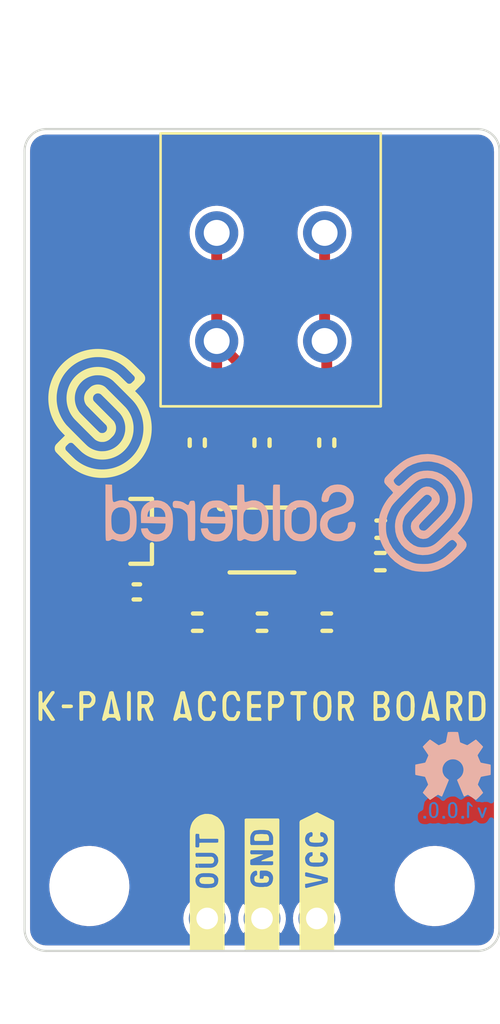
<source format=kicad_pcb>
(kicad_pcb (version 20210623) (generator pcbnew)
  (layers (0 "F.Cu" signal) (31 "B.Cu" signal) (34 "B.Paste" user) (35 "F.Paste" user) (36 "B.SilkS" user "B.Silkscreen") (37 "F.SilkS" user "F.Silkscreen") (38 "B.Mask" user) (39 "F.Mask" user) (44 "Edge.Cuts" user))
  (net 0 "")
  (net 1 "Net-(C1-Pad1)")
  (net 2 "GND")
  (net 3 "Net-(C2-Pad1)")
  (net 4 "VCC")
  (net 5 "Net-(K1-Pad1)")
  (net 6 "Net-(K1-Pad2)")
  (net 7 "Net-(Q1-Pad1)")
  (net 8 "Net-(R2-Pad2)")
  (net 9 "Net-(R3-Pad2)")
  (net 11 "Net-(K2-Pad1)")
  (net 12 "Net-(K2-Pad3)")
  (footprint "e-radionica.com footprinti:HEADER_MALE_3X1" (layer "F.Cu") (at 99 130.5)
    (fp_text reference "K2")
    (fp_text value "HEADER_MALE_3X1")
    (pad "1" thru_hole circle locked (at -2.54 0) (size 1.7 1.7) (drill 1) (layers *.Cu *.Mask) (net 11 "Net-(K2-Pad1)"))
    (pad "2" thru_hole circle locked (at 0 0) (size 1.7 1.7) (drill 1) (layers *.Cu *.Mask) (net 2 "GND"))
    (pad "3" thru_hole circle locked (at 2.54 0) (size 1.7 1.7) (drill 1) (layers *.Cu *.Mask) (net 12 "Net-(K2-Pad3)"))
  )
  (footprint "e-radionica.com footprinti:0603C" (layer "F.Cu") (at 96 116.8)
    (fp_text reference "C3")
    (fp_text value "0.01uF")
    (pad "1" smd rect locked (at -0.73 0) (size 0.66 1) (layers "F.Cu" "F.Paste" "F.Mask") (net 2 "GND"))
    (pad "2" smd rect locked (at 0.73 0) (size 0.66 1) (layers "F.Cu" "F.Paste" "F.Mask") (net 3 "Net-(C2-Pad1)"))
  )
  (footprint "e-radionica.com footprinti:0603R" (layer "F.Cu") (at 93.2 115.4)
    (fp_text reference "R4")
    (fp_text value "1K")
    (pad "1" smd rect locked (at -0.775 0 90) (size 1 0.64) (layers "F.Cu" "F.Paste" "F.Mask") (net 7 "Net-(Q1-Pad1)"))
    (pad "2" smd rect locked (at 0.775 0 90) (size 1 0.64) (layers "F.Cu" "F.Paste" "F.Mask") (net 4 "VCC"))
  )
  (footprint "e-radionica.com footprinti:0603L" (layer "F.Cu") (at 104.5 114 180)
    (fp_text reference "L1")
    (fp_text value "Ferrite bead")
    (pad "1" smd rect locked (at -0.71 0 180) (size 0.66 1) (layers "F.Cu" "F.Paste" "F.Mask") (net 12 "Net-(K2-Pad3)"))
    (pad "2" smd rect locked (at 0.75 0 180) (size 0.66 1) (layers "F.Cu" "F.Paste" "F.Mask") (net 4 "VCC"))
  )
  (footprint "e-radionica.com footprinti:0603R" (layer "F.Cu") (at 99 108.5 -90)
    (fp_text reference "R3")
    (fp_text value "100R")
    (pad "1" smd rect locked (at -0.775 0) (size 1 0.64) (layers "F.Cu" "F.Paste" "F.Mask") (net 5 "Net-(K1-Pad1)"))
    (pad "2" smd rect locked (at 0.775 0) (size 1 0.64) (layers "F.Cu" "F.Paste" "F.Mask") (net 9 "Net-(R3-Pad2)"))
  )
  (footprint "e-radionica.com footprinti:0603C" (layer "F.Cu") (at 104.5 112.5)
    (fp_text reference "C4")
    (fp_text value "0.1uF")
    (pad "1" smd rect locked (at -0.73 0) (size 0.66 1) (layers "F.Cu" "F.Paste" "F.Mask") (net 4 "VCC"))
    (pad "2" smd rect locked (at 0.73 0) (size 0.66 1) (layers "F.Cu" "F.Paste" "F.Mask") (net 2 "GND"))
  )
  (footprint "Soldered Graphics:Logo-Back-OSH-3.5mm" (layer "F.Cu") (at 107.85 123.45)
    (fp_text reference "G***" hide)
    (fp_text value "LOGO" hide)
  )
  (footprint "Soldered Graphics:Logo-Back-SolderedFULL-17mm" (layer "F.Cu") (at 100.25 111.75)
    (fp_text reference "REF**" hide)
    (fp_text value "Logo-Front-SolderedFULL-17mm" hide)
  )
  (footprint "e-radionica.com footprinti:0603R" (layer "F.Cu") (at 102 108.5 -90)
    (fp_text reference "R2")
    (fp_text value "100R")
    (pad "1" smd rect locked (at -0.775 0) (size 1 0.64) (layers "F.Cu" "F.Paste" "F.Mask") (net 6 "Net-(K1-Pad2)"))
    (pad "2" smd rect locked (at 0.775 0) (size 1 0.64) (layers "F.Cu" "F.Paste" "F.Mask") (net 8 "Net-(R2-Pad2)"))
  )
  (footprint "buzzardLabel" (layer "F.Cu") (at 96.46 132.4 90)
    (fp_text reference "" (at 0 0 90) (layer "F.SilkS") (effects (font (size 1.27 1.27))))
    (fp_text value "" (at 0 0 90) (layer "F.SilkS") (effects (font (size 1.27 1.27))))
  )
  (footprint "e-radionica.com footprinti:0603C" (layer "F.Cu") (at 99 116.8)
    (fp_text reference "C2")
    (fp_text value "0.1uF")
    (pad "1" smd rect locked (at -0.73 0) (size 0.66 1) (layers "F.Cu" "F.Paste" "F.Mask") (net 3 "Net-(C2-Pad1)"))
    (pad "2" smd rect locked (at 0.73 0) (size 0.66 1) (layers "F.Cu" "F.Paste" "F.Mask") (net 1 "Net-(C1-Pad1)"))
  )
  (footprint "e-radionica.com footprinti:TERMINAL_KF235-5.0-2P" (layer "F.Cu") (at 99.4 101.3 180)
    (fp_text reference "K1")
    (fp_text value "TERMINAL_KF235-5.0-2P")
    (pad "1" thru_hole circle (at 2.5 2.5 180) (size 2 2) (drill 1.2) (layers *.Cu *.Mask) (net 5 "Net-(K1-Pad1)"))
    (pad "1" thru_hole circle (at 2.5 -2.5 180) (size 2 2) (drill 1.2) (layers *.Cu *.Mask) (net 5 "Net-(K1-Pad1)"))
    (pad "2" thru_hole circle (at -2.5 -2.5 180) (size 2 2) (drill 1.2) (layers *.Cu *.Mask) (net 6 "Net-(K1-Pad2)"))
    (pad "2" thru_hole circle (at -2.5 2.5 180) (size 2 2) (drill 1.2) (layers *.Cu *.Mask) (net 6 "Net-(K1-Pad2)"))
  )
  (footprint "e-radionica.com footprinti:HOLE_3.2mm" (layer "F.Cu") (at 91 129)
    (fp_text reference "H1" hide)
    (fp_text value "HOLE_3.2mm" hide)
    (pad "" np_thru_hole circle locked (at 0 0) (size 3.2 3.2) (drill 3.2) (layers F&B.Cu *.Mask))
  )
  (footprint "e-radionica.com footprinti:TP4056M-MSOP8" (layer "F.Cu") (at 99 113)
    (fp_text reference "U1")
    (fp_text value "AD8495ARMZ")
    (pad "1" smd rect locked (at -1.975 -0.975) (size 1.35 0.45) (layers "F.Cu" "F.Paste" "F.Mask") (net 9 "Net-(R3-Pad2)"))
    (pad "2" smd rect locked (at -1.975 -0.325) (size 1.35 0.45) (layers "F.Cu" "F.Paste" "F.Mask") (net 7 "Net-(Q1-Pad1)"))
    (pad "3" smd rect locked (at -1.975 0.325) (size 1.35 0.45) (layers "F.Cu" "F.Paste" "F.Mask") (net 2 "GND"))
    (pad "4" smd rect locked (at -1.975 0.975) (size 1.35 0.45) (layers "F.Cu" "F.Paste" "F.Mask"))
    (pad "5" smd rect locked (at 1.975 0.975) (size 1.35 0.45) (layers "F.Cu" "F.Paste" "F.Mask") (net 11 "Net-(K2-Pad1)"))
    (pad "6" smd rect locked (at 1.975 0.325) (size 1.35 0.45) (layers "F.Cu" "F.Paste" "F.Mask") (net 11 "Net-(K2-Pad1)"))
    (pad "7" smd rect locked (at 1.975 -0.325) (size 1.35 0.45) (layers "F.Cu" "F.Paste" "F.Mask") (net 4 "VCC"))
    (pad "8" smd rect locked (at 1.975 -0.975) (size 1.35 0.45) (layers "F.Cu" "F.Paste" "F.Mask") (net 8 "Net-(R2-Pad2)"))
  )
  (footprint "e-radionica.com footprinti:0603C" (layer "F.Cu") (at 102 116.8)
    (fp_text reference "C1")
    (fp_text value "0.01uF")
    (pad "1" smd rect locked (at -0.73 0) (size 0.66 1) (layers "F.Cu" "F.Paste" "F.Mask") (net 1 "Net-(C1-Pad1)"))
    (pad "2" smd rect locked (at 0.73 0) (size 0.66 1) (layers "F.Cu" "F.Paste" "F.Mask") (net 2 "GND"))
  )
  (footprint "e-radionica.com footprinti:HOLE_3.2mm" (layer "F.Cu") (at 107 129)
    (fp_text reference "H2" hide)
    (fp_text value "HOLE_3.2mm" hide)
    (pad "" np_thru_hole circle locked (at 0 0) (size 3.2 3.2) (drill 3.2) (layers F&B.Cu *.Mask))
  )
  (footprint "e-radionica.com footprinti:0603R" (layer "F.Cu") (at 96 108.5 90)
    (fp_text reference "R1")
    (fp_text value "1M")
    (pad "1" smd rect locked (at -0.775 0 180) (size 1 0.64) (layers "F.Cu" "F.Paste" "F.Mask") (net 2 "GND"))
    (pad "2" smd rect locked (at 0.775 0 180) (size 1 0.64) (layers "F.Cu" "F.Paste" "F.Mask") (net 5 "Net-(K1-Pad1)"))
  )
  (footprint "buzzardLabel" (layer "F.Cu") (at 99 132.35 90)
    (fp_text reference "" (at 0 0 90) (layer "F.SilkS") (effects (font (size 1.27 1.27))))
    (fp_text value "" (at 0 0 90) (layer "F.SilkS") (effects (font (size 1.27 1.27))))
  )
  (footprint "e-radionica.com footprinti:FIDUCIAL_23" (layer "F.Cu") (at 91.2 96.6)
    (fp_text reference "FD1")
    (fp_text value "FIDUCIAL")
    (fp_circle (center 0 0) (end 1 0) (layer "F.Cu") (width 0.2) (fill none))
    (pad "1" smd circle (at 0 0) (size 1 1) (layers "F.Cu" "F.Paste" "F.Mask") (clearance 1.1))
  )
  (footprint "e-radionica.com footprinti:SOT-23-3" (layer "F.Cu") (at 93.2 112.6)
    (fp_text reference "Q1")
    (fp_text value "NPN-SOT-23-3")
    (pad "1" smd rect locked (at -1.2 -0.95 90) (size 0.6 1) (layers "F.Cu" "F.Paste" "F.Mask") (net 7 "Net-(Q1-Pad1)"))
    (pad "2" smd rect locked (at -1.2 0.95 90) (size 0.6 1) (layers "F.Cu" "F.Paste" "F.Mask") (net 2 "GND"))
    (pad "3" smd rect locked (at 1.2 0 90) (size 0.6 1) (layers "F.Cu" "F.Paste" "F.Mask") (net 7 "Net-(Q1-Pad1)"))
  )
  (footprint "buzzardLabel" (layer "F.Cu") (at 101.54 132.4 90)
    (fp_text reference "" (at 0 0 90) (layer "F.SilkS") (effects (font (size 1.27 1.27))))
    (fp_text value "" (at 0 0 90) (layer "F.SilkS") (effects (font (size 1.27 1.27))))
  )
  (footprint "buzzardLabel" (layer "F.Cu") (at 99 120.7)
    (fp_text reference "" (at 0 0) (layer "F.SilkS") (effects (font (size 1.27 1.27))))
    (fp_text value "" (at 0 0) (layer "F.SilkS") (effects (font (size 1.27 1.27))))
  )
  (footprint "Soldered Graphics:Logo-Front-Soldered-6mm" (layer "F.Cu") (at 91.5 107.15)
    (fp_text reference "G***" hide)
    (fp_text value "LOGO" hide)
  )
  (footprint "Soldered Graphics:Version1.0.0." (layer "B.Cu") (at 107.9 125.5 180)
    (fp_text reference "Ref**" hide)
    (fp_text value "Val**" hide)
    (fp_poly (pts (xy 0.43 -0.38) (xy 0.48 -0.38) (xy 0.54 -0.37) (xy 0.54 -0.33) (xy 0.54 -0.27) (xy 0.5 -0.26) (xy 0.45 -0.26) (xy 0.42 -0.29) (xy 0.42 -0.34) (xy 0.43 -0.38)) (layer "B.Cu") (width 0.01) (fill solid))
    (fp_poly (pts (xy -0.67 -0.35) (xy -0.62 -0.35) (xy -0.6 -0.31) (xy -0.6 0.35) (xy -0.64 0.38) (xy -0.69 0.38) (xy -0.73 0.34) (xy -0.84 0.22) (xy -0.86 0.17) (xy -0.83 0.16) (xy -0.73 0.22) (xy -0.69 0.23) (xy -0.69 -0.31) (xy -0.67 -0.35)) (layer "B.Cu") (width 0.01) (fill solid))
    (fp_poly (pts (xy 0.06 -0.35) (xy 0.11 -0.35) (xy 0.17 -0.33) (xy 0.13 -0.28) (xy 0.03 -0.28) (xy -0.01 -0.25) (xy -0.03 -0.2) (xy -0.05 -0.15) (xy -0.05 -0.11) (xy -0.05 0.01) (xy -0.05 0.13) (xy -0.05 0.17) (xy -0.03 0.22) (xy -0.01 0.27) (xy 0.02 0.3) (xy 0.13 0.3) (xy 0.16 0.26) (xy 0.18 0.21) (xy 0.18 0.15) (xy 0.19 0.05) (xy 0.19 -0.08) (xy 0.19 -0.12) (xy 0.18 -0.17) (xy 0.16 -0.22) (xy 0.14 -0.27) (xy 0.14 -0.28) (xy 0.17 -0.32) (xy 0.21 -0.29) (xy 0.24 -0.26) (xy 0.26 -0.22) (xy 0.27 -0.16) (xy 0.28 -0.11) (xy 0.28 -0.06) (xy 0.28 0.06) (xy 0.28 0.12) (xy 0.27 0.17) (xy 0.26 0.22) (xy 0.25 0.27) (xy 0.22 0.3) (xy 0.19 0.34) (xy 0.13 0.37) (xy 0.08 0.38) (xy 0.02 0.38) (xy -0.03 0.35) (xy -0.08 0.31) (xy -0.1 0.28) (xy -0.12 0.23) (xy -0.14 0.18) (xy -0.14 0.13) (xy -0.15 0.08) (xy -0.15 -0.04) (xy -0.14 -0.1) (xy -0.14 -0.14) (xy -0.13 -0.2) (xy -0.11 -0.25) (xy -0.08 -0.28) (xy -0.05 -0.32) (xy 0.01 -0.35) (xy 0.06 -0.35)) (layer "B.Cu") (width 0.01) (fill solid))
    (fp_poly (pts (xy -1.33 -0.35) (xy -1.27 -0.35) (xy -1.25 -0.31) (xy -1.09 0.1) (xy -1.11 0.13) (xy -1.16 0.13) (xy -1.19 0.1) (xy -1.28 -0.16) (xy -1.3 -0.21) (xy -1.32 -0.17) (xy -1.41 0.09) (xy -1.44 0.13) (xy -1.49 0.13) (xy -1.51 0.1) (xy -1.36 -0.31) (xy -1.33 -0.35)) (layer "B.Cu") (width 0.01) (fill solid))
    (fp_poly (pts (xy 1.31 -0.38) (xy 1.36 -0.38) (xy 1.41 -0.37) (xy 1.42 -0.33) (xy 1.42 -0.27) (xy 1.38 -0.26) (xy 1.33 -0.26) (xy 1.3 -0.29) (xy 1.3 -0.34) (xy 1.31 -0.38)) (layer "B.Cu") (width 0.01) (fill solid))
    (fp_poly (pts (xy -0.44 -0.38) (xy -0.39 -0.38) (xy -0.34 -0.37) (xy -0.34 -0.33) (xy -0.34 -0.27) (xy -0.38 -0.26) (xy -0.43 -0.26) (xy -0.46 -0.29) (xy -0.46 -0.34) (xy -0.44 -0.38)) (layer "B.Cu") (width 0.01) (fill solid))
    (fp_poly (pts (xy 0.93 -0.35) (xy 0.99 -0.35) (xy 1.04 -0.33) (xy 1.01 -0.28) (xy 0.91 -0.28) (xy 0.87 -0.25) (xy 0.85 -0.2) (xy 0.83 -0.15) (xy 0.83 -0.11) (xy 0.82 0.01) (xy 0.83 0.13) (xy 0.83 0.17) (xy 0.84 0.22) (xy 0.87 0.27) (xy 0.9 0.3) (xy 1.01 0.3) (xy 1.04 0.26) (xy 1.05 0.21) (xy 1.06 0.15) (xy 1.07 0.05) (xy 1.07 -0.08) (xy 1.06 -0.12) (xy 1.06 -0.17) (xy 1.04 -0.22) (xy 1.02 -0.27) (xy 1.01 -0.28) (xy 1.05 -0.32) (xy 1.09 -0.29) (xy 1.12 -0.26) (xy 1.14 -0.22) (xy 1.15 -0.16) (xy 1.16 -0.11) (xy 1.16 -0.06) (xy 1.16 0.06) (xy 1.16 0.12) (xy 1.15 0.17) (xy 1.14 0.22) (xy 1.13 0.27) (xy 1.1 0.3) (xy 1.06 0.34) (xy 1.01 0.37) (xy 0.95 0.38) (xy 0.9 0.38) (xy 0.84 0.35) (xy 0.8 0.31) (xy 0.78 0.28) (xy 0.75 0.23) (xy 0.74 0.18) (xy 0.74 0.13) (xy 0.73 0.08) (xy 0.73 -0.04) (xy 0.73 -0.1) (xy 0.74 -0.14) (xy 0.75 -0.2) (xy 0.77 -0.25) (xy 0.79 -0.28) (xy 0.83 -0.32) (xy 0.89 -0.35) (xy 0.93 -0.35)) (layer "B.Cu") (width 0.01) (fill solid))
  )
  (gr_arc (start 89 95) (end 88 95) (angle 90) (layer "Edge.Cuts") (width 0.1))
  (gr_arc (start 109 95) (end 109 94) (angle 90) (layer "Edge.Cuts") (width 0.1))
  (gr_line (start 89 132) (end 109 132) (layer "Edge.Cuts") (width 0.1))
  (gr_line (start 110 131) (end 110 95) (layer "Edge.Cuts") (width 0.1))
  (gr_arc (start 109 131) (end 109 132) (angle -90) (layer "Edge.Cuts") (width 0.1))
  (gr_line (start 109 94) (end 89 94) (layer "Edge.Cuts") (width 0.1))
  (gr_line (start 88 95) (end 88 131) (layer "Edge.Cuts") (width 0.1))
  (gr_arc (start 89 131) (end 89 132) (angle 90) (layer "Edge.Cuts") (width 0.1))
  (segment (start 99.73 116.8) (end 101.27 116.8) (width 0.4) (layer "F.Cu") (net 1))
  (segment (start 98.27 116.8) (end 96.73 116.8) (width 0.4) (layer "F.Cu") (net 3))
  (segment (start 99.65 112.950978) (end 99.65 114.95) (width 0.4) (layer "F.Cu") (net 4))
  (segment (start 99.2 115.4) (end 93.975 115.4) (width 0.4) (layer "F.Cu") (net 4))
  (segment (start 100.975 112.675) (end 103.595 112.675) (width 0.4) (layer "F.Cu") (net 4))
  (segment (start 99.65 114.95) (end 99.2 115.4) (width 0.4) (layer "F.Cu") (net 4))
  (segment (start 103.75 114) (end 103.75 112.52) (width 0.5) (layer "F.Cu") (net 4))
  (segment (start 103.595 112.675) (end 103.77 112.5) (width 0.4) (layer "F.Cu") (net 4))
  (segment (start 100.975 112.675) (end 99.925978 112.675) (width 0.4) (layer "F.Cu") (net 4))
  (segment (start 99.925978 112.675) (end 99.65 112.950978) (width 0.4) (layer "F.Cu") (net 4))
  (segment (start 103.75 112.52) (end 103.77 112.5) (width 0.5) (layer "F.Cu") (net 4))
  (segment (start 99 107.725) (end 99 105.9) (width 0.5) (layer "F.Cu") (net 5))
  (segment (start 96.9 98.8) (end 96.9 103.8) (width 0.5) (layer "F.Cu") (net 5))
  (segment (start 96.9 103.8) (end 96.9 106.825) (width 0.5) (layer "F.Cu") (net 5))
  (segment (start 96.9 106.825) (end 96 107.725) (width 0.5) (layer "F.Cu") (net 5))
  (segment (start 99 105.9) (end 96.9 103.8) (width 0.5) (layer "F.Cu") (net 5))
  (segment (start 102 103.9) (end 101.9 103.8) (width 0.5) (layer "F.Cu") (net 6))
  (segment (start 102 107.725) (end 102 103.9) (width 0.5) (layer "F.Cu") (net 6))
  (segment (start 101.9 98.8) (end 101.9 103.8) (width 0.5) (layer "F.Cu") (net 6))
  (segment (start 92.95 112.6) (end 92 111.65) (width 0.5) (layer "F.Cu") (net 7))
  (segment (start 94.4 112.6) (end 92.95 112.6) (width 0.5) (layer "F.Cu") (net 7))
  (segment (start 90.4 112.2) (end 90.95 111.65) (width 0.5) (layer "F.Cu") (net 7))
  (segment (start 97.025 112.675) (end 94.475 112.675) (width 0.4) (layer "F.Cu") (net 7))
  (segment (start 94.475 112.675) (end 94.4 112.6) (width 0.4) (layer "F.Cu") (net 7))
  (segment (start 90.95 111.65) (end 92 111.65) (width 0.5) (layer "F.Cu") (net 7))
  (segment (start 91 115.4) (end 90.4 114.8) (width 0.5) (layer "F.Cu") (net 7))
  (segment (start 90.4 114.8) (end 90.4 112.2) (width 0.5) (layer "F.Cu") (net 7))
  (segment (start 92.425 115.4) (end 91 115.4) (width 0.5) (layer "F.Cu") (net 7))
  (segment (start 102 110.975489) (end 100.975 112.000489) (width 0.5) (layer "F.Cu") (net 8))
  (segment (start 102 109.275) (end 102 110.975489) (width 0.5) (layer "F.Cu") (net 8))
  (segment (start 98.82 109.275) (end 97.025 111.07) (width 0.5) (layer "F.Cu") (net 9))
  (segment (start 99 109.275) (end 98.82 109.275) (width 0.5) (layer "F.Cu") (net 9))
  (segment (start 97.025 111.07) (end 97.025 112.000489) (width 0.5) (layer "F.Cu") (net 9))
  (segment (start 103.2 115.4) (end 104 116.2) (width 0.4) (layer "F.Cu") (net 11))
  (segment (start 100.975 113.325) (end 100.975 113.975) (width 0.4) (layer "F.Cu") (net 11))
  (segment (start 100.975 113.975) (end 102.4 115.4) (width 0.4) (layer "F.Cu") (net 11))
  (segment (start 102.4 115.4) (end 103.2 115.4) (width 0.4) (layer "F.Cu") (net 11))
  (segment (start 104 118) (end 96.46 125.54) (width 0.4) (layer "F.Cu") (net 11))
  (segment (start 96.46 125.54) (end 96.46 130.5) (width 0.4) (layer "F.Cu") (net 11))
  (segment (start 104 116.2) (end 104 118) (width 0.4) (layer "F.Cu") (net 11))
  (segment (start 105.2 121.8) (end 105.2 114.01) (width 0.5) (layer "F.Cu") (net 12))
  (segment (start 101.54 130.5) (end 101.54 125.46) (width 0.5) (layer "F.Cu") (net 12))
  (segment (start 105.2 114.01) (end 105.21 114) (width 0.5) (layer "F.Cu") (net 12))
  (segment (start 101.54 125.46) (end 105.2 121.8) (width 0.5) (layer "F.Cu") (net 12))
  (zone (net 2) (net_name "GND") (layers F&B.Cu) (connect_pads (clearance 0.254)) (min_thickness 0.254) (fill yes (thermal_gap 0.254) (thermal_bridge_width 0.254))
    (polygon (pts (xy 110 132) (xy 88 132) (xy 88 94) (xy 110 94)))
  )
)
</source>
